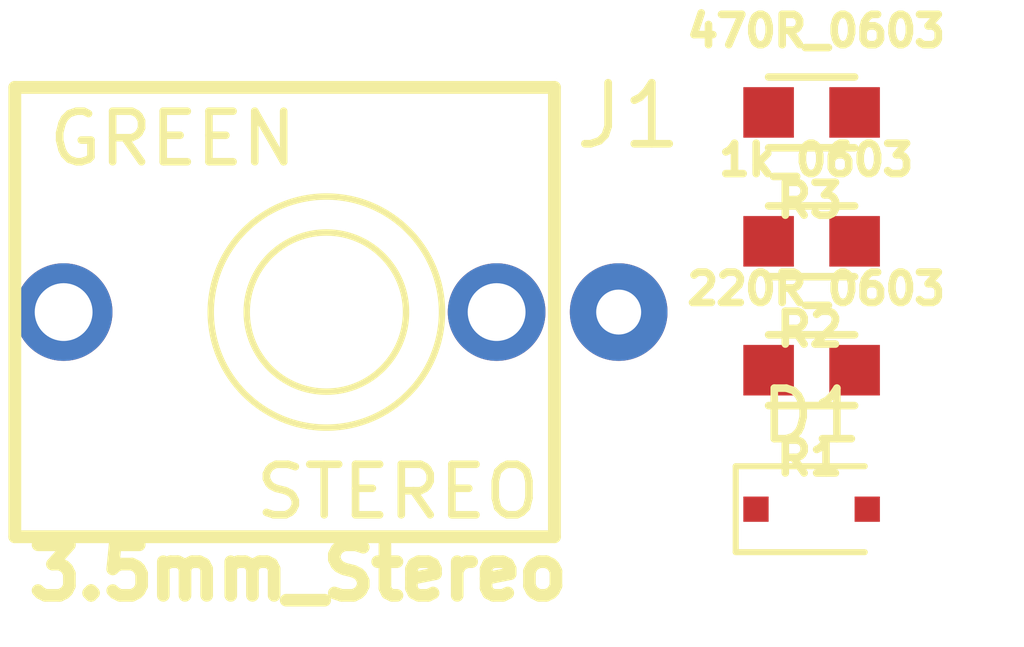
<source format=kicad_pcb>
(kicad_pcb (version 20211014) (generator pcbnew)
  (layers (0 "F.Cu" signal) (31 "B.Cu" signal) (34 "B.Paste" user) (35 "F.Paste" user) (36 "B.SilkS" user "B.Silkscreen") (37 "F.SilkS" user "F.Silkscreen") (38 "B.Mask" user) (39 "F.Mask" user) (44 "Edge.Cuts" user))
  (net 0 "")
  (net 1 "Net-(D1-Pad1)")
  (net 2 "/Cathode")
  (net 3 "Net-(J1-Pad1)")
  (net 5 "Net-(J1-Pad3)")
  (net 6 "/Anode")
  (net 7 "GND")
  (net 8 "Net-(R2-Pad1)")
  (net 9 "+5V")
  (footprint "4ms_Resistor:R_0603" (layer "F.Cu") (at 91.8 82.3)
    (fp_text reference "R2" (at -0.04 1.74) (layer "F.SilkS") (effects (font (size 0.65 0.65))))
    (fp_text value "1k_0603" (at 0.09 -1.61) (layer "F.SilkS") (effects (font (size 0.6 0.6))))
    (fp_line (start -0.85 -0.7) (end 0.85 -0.7) (layer "F.SilkS") (width 0.15))
    (fp_line (start 0.85 0.7) (end -0.85 0.7) (layer "F.SilkS") (width 0.15))
    (pad "1" smd rect locked (at -0.85 0) (size 1 1) (layers "F.Cu" "F.Paste" "F.Mask") (net 8 "Net-(R2-Pad1)"))
    (pad "2" smd rect locked (at 0.85 0) (size 1 1) (layers "F.Cu" "F.Paste" "F.Mask") (net 7 "GND"))
  )
  (footprint "4ms_Resistor:R_0603" (layer "F.Cu") (at 91.8 84.85)
    (fp_text reference "R1" (at -0.04 1.74) (layer "F.SilkS") (effects (font (size 0.65 0.65))))
    (fp_text value "220R_0603" (at 0.09 -1.61) (layer "F.SilkS") (effects (font (size 0.6 0.6))))
    (fp_line (start 0.85 0.7) (end -0.85 0.7) (layer "F.SilkS") (width 0.15))
    (fp_line (start -0.85 -0.7) (end 0.85 -0.7) (layer "F.SilkS") (width 0.15))
    (pad "1" smd rect locked (at -0.85 0) (size 1 1) (layers "F.Cu" "F.Paste" "F.Mask") (net 6 "/Anode"))
    (pad "2" smd rect locked (at 0.85 0) (size 1 1) (layers "F.Cu" "F.Paste" "F.Mask") (net 1 "Net-(D1-Pad1)"))
  )
  (footprint "4ms_Diode:D_SOD-323F" (layer "F.Cu") (at 91.8 87.6)
    (fp_text reference "D1" (at 0 -1.85) (layer "F.SilkS"))
    (fp_text value "1N914BWS")
    (fp_line (start -1.5 -0.85) (end -1.5 0.85) (layer "F.SilkS") (width 0.12))
    (fp_line (start -1.5 -0.85) (end 1.05 -0.85) (layer "F.SilkS") (width 0.12))
    (fp_line (start -1.5 0.85) (end 1.05 0.85) (layer "F.SilkS") (width 0.12))
    (pad "1" smd rect locked (at -1.1 0) (size 0.5 0.5) (layers "F.Cu" "F.Paste" "F.Mask") (net 1 "Net-(D1-Pad1)"))
    (pad "2" smd rect locked (at 1.1 0) (size 0.5 0.5) (layers "F.Cu" "F.Paste" "F.Mask") (net 2 "/Cathode"))
  )
  (footprint "4ms_Resistor:R_0603" (layer "F.Cu") (at 91.8 79.75)
    (fp_text reference "R3" (at -0.04 1.74) (layer "F.SilkS") (effects (font (size 0.65 0.65))))
    (fp_text value "470R_0603" (at 0.09 -1.61) (layer "F.SilkS") (effects (font (size 0.6 0.6))))
    (fp_line (start 0.85 0.7) (end -0.85 0.7) (layer "F.SilkS") (width 0.15))
    (fp_line (start -0.85 -0.7) (end 0.85 -0.7) (layer "F.SilkS") (width 0.15))
    (pad "1" smd rect locked (at -0.85 0) (size 1 1) (layers "F.Cu" "F.Paste" "F.Mask") (net 9 "+5V"))
    (pad "2" smd rect locked (at 0.85 0) (size 1 1) (layers "F.Cu" "F.Paste" "F.Mask") (net 8 "Net-(R2-Pad1)"))
  )
  (footprint "4ms_Jack:EighthInch_Stereo_PJ366ST" (layer "F.Cu") (at 82.22 83.7)
    (fp_text reference "J1" (at 4.826 -3.175) (layer "F.SilkS") (effects (font (size 1.2065 1.2065) (thickness 0.1524)) (justify left bottom)))
    (fp_text value "3.5mm_Stereo" (at -6.0198 5.7404) (layer "F.SilkS") (effects (font (thickness 0.25)) (justify left bottom)))
    (fp_text user "STEREO" (at 1.397 3.556) (layer "F.SilkS"))
    (fp_text user "GREEN" (at -3.048 -3.429) (layer "F.SilkS"))
    (fp_line (start -6.1722 4.445) (end 4.4958 4.445) (layer "F.SilkS") (width 0.254))
    (fp_line (start -6.1722 -4.445) (end -6.1722 4.445) (layer "F.SilkS") (width 0.254))
    (fp_line (start 4.4958 -4.445) (end -6.1722 -4.445) (layer "F.SilkS") (width 0.254))
    (fp_line (start 4.4958 4.445) (end 4.4958 -4.445) (layer "F.SilkS") (width 0.254))
    (fp_circle (center -0.0127 0) (end 2.2733 0) (layer "F.SilkS") (width 0.127) (fill none))
    (fp_circle (center -0.0127 0) (end 1.5621 0) (layer "F.SilkS") (width 0.127) (fill none))
    (pad "1" thru_hole circle locked (at -5.207 0) (size 1.9304 1.9304) (drill 1.143) (layers *.Cu *.Mask) (net 3 "Net-(J1-Pad1)"))
    (pad "2" thru_hole circle locked (at 5.7658 0) (size 1.9304 1.9304) (drill 0.889) (layers *.Cu *.Mask))
    (pad "3" thru_hole circle locked (at 3.3528 0) (size 1.9304 1.9304) (drill 1.143) (layers *.Cu *.Mask) (net 5 "Net-(J1-Pad3)"))
  )
)
</source>
